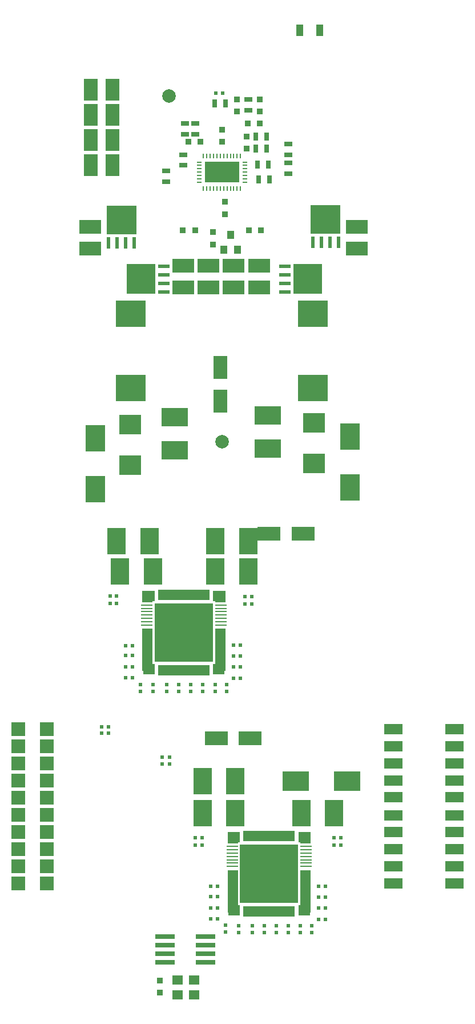
<source format=gtp>
%FSLAX44Y44*%
%MOMM*%
G71*
G01*
G75*
G04 Layer_Color=8421504*
%ADD10R,1.2000X0.8000*%
%ADD11C,1.0000*%
%ADD12R,2.0000X3.5000*%
%ADD13R,3.0000X4.0000*%
%ADD14R,4.0000X2.8000*%
%ADD15R,2.8000X4.0000*%
%ADD16R,4.0000X3.0000*%
%ADD17R,0.6000X0.5000*%
%ADD18R,1.6000X1.4000*%
%ADD19R,0.9500X0.9000*%
%ADD20R,2.0000X2.0000*%
%ADD21R,2.0000X3.2000*%
%ADD22R,3.5000X2.0000*%
%ADD23R,0.5000X0.6000*%
%ADD24C,2.0000*%
%ADD25R,1.0000X1.8000*%
%ADD26R,3.0000X0.8000*%
%ADD27R,3.2000X2.0000*%
%ADD28R,2.8000X1.5000*%
%ADD29R,7.7000X1.6000*%
%ADD30R,1.7000X1.6000*%
%ADD31R,1.6000X6.3000*%
%ADD32R,1.8000X0.2900*%
%ADD33R,8.7000X8.7000*%
%ADD34R,1.6000X1.7000*%
%ADD35R,5.1500X3.1500*%
%ADD36R,0.7000X0.2900*%
%ADD37R,0.2900X0.7000*%
%ADD38R,0.8000X1.2000*%
%ADD39R,1.1000X1.2000*%
%ADD40R,0.9000X0.9500*%
%ADD41R,4.5000X4.0000*%
%ADD42R,3.2000X3.0000*%
%ADD43R,4.5000X4.2000*%
%ADD44R,0.5500X1.7000*%
%ADD45R,1.7000X0.5500*%
%ADD46R,4.2000X4.5000*%
%ADD47C,0.2540*%
%ADD48C,4.5720*%
%ADD49C,5.0000*%
%ADD50C,0.2286*%
%ADD51C,0.7620*%
%ADD52C,1.0160*%
%ADD53C,0.2032*%
%ADD54C,0.6350*%
%ADD55R,1.6000X6.7000*%
%ADD56R,12.5000X1.4000*%
%ADD57R,1.7500X7.2000*%
%ADD58R,1.6000X5.6000*%
%ADD59R,12.6000X1.3500*%
%ADD60R,1.8000X7.0750*%
%ADD61R,6.2500X6.2500*%
%ADD62C,0.8100*%
%ADD63C,1.5240*%
%ADD64C,1.8500*%
%ADD65C,8.0000*%
%ADD66C,0.8000*%
%ADD67C,1.2700*%
%ADD68C,0.7112*%
%ADD69C,1.2700*%
%ADD70C,0.0500*%
%ADD71C,0.2000*%
%ADD72C,0.1270*%
D10*
X134500Y1261750D02*
D03*
Y1245750D02*
D03*
X316000Y1285000D02*
D03*
Y1301000D02*
D03*
Y1257500D02*
D03*
Y1273500D02*
D03*
X256500Y1367500D02*
D03*
Y1351500D02*
D03*
X160500Y1285500D02*
D03*
Y1269500D02*
D03*
X178000Y1332000D02*
D03*
Y1316000D02*
D03*
X163000Y1332000D02*
D03*
Y1316000D02*
D03*
D12*
X215000Y920000D02*
D03*
Y970000D02*
D03*
D13*
X30000Y789500D02*
D03*
Y865500D02*
D03*
X407500Y792000D02*
D03*
Y868000D02*
D03*
D14*
X285000Y850000D02*
D03*
Y899000D02*
D03*
X147500Y896500D02*
D03*
Y847500D02*
D03*
D15*
X207500Y712500D02*
D03*
X256500D02*
D03*
X207500Y667500D02*
D03*
X256500D02*
D03*
X237500Y357500D02*
D03*
X188500D02*
D03*
X237500Y310000D02*
D03*
X188500D02*
D03*
X115000Y667500D02*
D03*
X66000D02*
D03*
X335000Y310000D02*
D03*
X384000D02*
D03*
X61000Y712500D02*
D03*
X110000D02*
D03*
D16*
X327000Y357500D02*
D03*
X403000D02*
D03*
D17*
X383370Y273249D02*
D03*
X393370D02*
D03*
X383370Y262249D02*
D03*
X393370D02*
D03*
X61370Y620251D02*
D03*
X51370D02*
D03*
X61370Y631251D02*
D03*
X51370D02*
D03*
X251371Y630749D02*
D03*
X261371D02*
D03*
X251371Y619749D02*
D03*
X261371D02*
D03*
X187869Y262751D02*
D03*
X177869D02*
D03*
X187869Y273751D02*
D03*
X177869D02*
D03*
X360870Y201249D02*
D03*
X370871D02*
D03*
X360870Y185249D02*
D03*
X370871D02*
D03*
X234370Y558749D02*
D03*
X244370D02*
D03*
X234370Y542749D02*
D03*
X244370D02*
D03*
X234370Y526749D02*
D03*
X244370D02*
D03*
X234370Y509749D02*
D03*
X244370D02*
D03*
X84870Y510251D02*
D03*
X74869D02*
D03*
X84870Y526251D02*
D03*
X74869D02*
D03*
X84870Y543251D02*
D03*
X74869D02*
D03*
X84870Y558251D02*
D03*
X74869D02*
D03*
X218500Y1376500D02*
D03*
X208500D02*
D03*
X210924Y201000D02*
D03*
X200924D02*
D03*
X210924Y186000D02*
D03*
X200924D02*
D03*
X210924Y169000D02*
D03*
X200924D02*
D03*
X210924Y153000D02*
D03*
X200924D02*
D03*
X360870Y152249D02*
D03*
X370871D02*
D03*
X360870Y169249D02*
D03*
X370871D02*
D03*
D18*
X151497Y40499D02*
D03*
X176497D02*
D03*
Y62499D02*
D03*
X151497D02*
D03*
D19*
X125500Y62000D02*
D03*
Y44000D02*
D03*
X221500Y1197500D02*
D03*
Y1215500D02*
D03*
X273500Y1349500D02*
D03*
Y1367500D02*
D03*
X239500D02*
D03*
Y1349500D02*
D03*
X254500Y1294500D02*
D03*
Y1312500D02*
D03*
X217500Y1322500D02*
D03*
Y1304500D02*
D03*
X203750Y1152500D02*
D03*
Y1170500D02*
D03*
D20*
X-42400Y205700D02*
D03*
Y231100D02*
D03*
Y256500D02*
D03*
Y281900D02*
D03*
Y307300D02*
D03*
Y332700D02*
D03*
Y358100D02*
D03*
Y383500D02*
D03*
Y408900D02*
D03*
Y434300D02*
D03*
X-84900D02*
D03*
Y408900D02*
D03*
Y383500D02*
D03*
Y358100D02*
D03*
Y332700D02*
D03*
Y307300D02*
D03*
Y281900D02*
D03*
Y256500D02*
D03*
Y231100D02*
D03*
Y205700D02*
D03*
D21*
X55000Y1270000D02*
D03*
X23000D02*
D03*
X55000Y1307000D02*
D03*
X23000D02*
D03*
X55000Y1344711D02*
D03*
X23000D02*
D03*
X55000Y1382000D02*
D03*
X23000D02*
D03*
D22*
X337500Y723750D02*
D03*
X287500D02*
D03*
X259000Y421000D02*
D03*
X209000D02*
D03*
D23*
X189129Y500249D02*
D03*
Y490249D02*
D03*
X207129Y500249D02*
D03*
Y490249D02*
D03*
X224129Y500249D02*
D03*
Y490249D02*
D03*
X153369Y500249D02*
D03*
Y490249D02*
D03*
X135369Y500249D02*
D03*
Y490249D02*
D03*
X115369Y500249D02*
D03*
Y490249D02*
D03*
X96369Y500249D02*
D03*
Y490249D02*
D03*
X171129Y500249D02*
D03*
Y490249D02*
D03*
X128750Y383000D02*
D03*
Y393000D02*
D03*
X139500Y383000D02*
D03*
Y393000D02*
D03*
X49250Y438000D02*
D03*
Y428000D02*
D03*
X38750Y438000D02*
D03*
Y428000D02*
D03*
X223120Y143424D02*
D03*
Y133424D02*
D03*
X242240Y142924D02*
D03*
Y132924D02*
D03*
X262240Y142924D02*
D03*
Y132924D02*
D03*
X280240Y142924D02*
D03*
Y132924D02*
D03*
X298000Y142924D02*
D03*
Y132924D02*
D03*
X316000Y142924D02*
D03*
Y132924D02*
D03*
X334000Y142924D02*
D03*
Y132924D02*
D03*
X351000Y142924D02*
D03*
Y132924D02*
D03*
D24*
X139000Y1372000D02*
D03*
X217500Y860000D02*
D03*
D25*
X362500Y1470000D02*
D03*
X332500D02*
D03*
D26*
X133000Y88950D02*
D03*
Y127050D02*
D03*
Y101650D02*
D03*
Y114350D02*
D03*
X193000D02*
D03*
Y101650D02*
D03*
Y127050D02*
D03*
Y88950D02*
D03*
D27*
X22500Y1178500D02*
D03*
Y1146500D02*
D03*
X417500Y1178500D02*
D03*
Y1146500D02*
D03*
X272500Y1121000D02*
D03*
Y1089000D02*
D03*
X235000Y1121000D02*
D03*
Y1089000D02*
D03*
X197500Y1121000D02*
D03*
Y1089000D02*
D03*
X160000Y1121000D02*
D03*
Y1089000D02*
D03*
D28*
X472000Y206000D02*
D03*
Y231200D02*
D03*
Y256400D02*
D03*
Y281600D02*
D03*
Y306800D02*
D03*
Y333200D02*
D03*
Y434000D02*
D03*
Y383600D02*
D03*
Y358400D02*
D03*
Y408800D02*
D03*
X562000Y231200D02*
D03*
Y281600D02*
D03*
Y256400D02*
D03*
Y206000D02*
D03*
Y306800D02*
D03*
Y333200D02*
D03*
Y358400D02*
D03*
Y383600D02*
D03*
Y408800D02*
D03*
Y434000D02*
D03*
D29*
X287500Y276000D02*
D03*
Y164000D02*
D03*
X161000Y633500D02*
D03*
Y521500D02*
D03*
D30*
X235500Y274000D02*
D03*
X339500D02*
D03*
Y166000D02*
D03*
X235500D02*
D03*
X109000Y631500D02*
D03*
X213000D02*
D03*
Y523500D02*
D03*
X109000D02*
D03*
D31*
X233500Y194000D02*
D03*
X341500D02*
D03*
X107000Y551500D02*
D03*
X215000D02*
D03*
D32*
X232500Y230750D02*
D03*
Y260750D02*
D03*
Y255750D02*
D03*
Y250750D02*
D03*
Y245750D02*
D03*
Y240750D02*
D03*
Y235750D02*
D03*
X342500D02*
D03*
Y240750D02*
D03*
Y245750D02*
D03*
Y250750D02*
D03*
Y255750D02*
D03*
Y260750D02*
D03*
Y230750D02*
D03*
X106000Y588250D02*
D03*
Y618250D02*
D03*
Y613250D02*
D03*
Y608250D02*
D03*
Y603250D02*
D03*
Y598250D02*
D03*
Y593250D02*
D03*
X216000D02*
D03*
Y598250D02*
D03*
Y603250D02*
D03*
Y608250D02*
D03*
Y613250D02*
D03*
Y618250D02*
D03*
Y588250D02*
D03*
D33*
X287500Y220000D02*
D03*
X161000Y577500D02*
D03*
D34*
X233500Y273000D02*
D03*
X341500D02*
D03*
X107000Y630500D02*
D03*
X215000D02*
D03*
D35*
X217500Y1259500D02*
D03*
D36*
X251500Y1274500D02*
D03*
Y1269500D02*
D03*
Y1264500D02*
D03*
Y1259500D02*
D03*
Y1254500D02*
D03*
Y1249500D02*
D03*
Y1244500D02*
D03*
X183500Y1274500D02*
D03*
Y1269500D02*
D03*
Y1264500D02*
D03*
Y1259500D02*
D03*
Y1254500D02*
D03*
Y1249500D02*
D03*
Y1244500D02*
D03*
D37*
X190000Y1283500D02*
D03*
X195000D02*
D03*
X200000D02*
D03*
X205000D02*
D03*
X210000D02*
D03*
X215000D02*
D03*
X220000D02*
D03*
X225000D02*
D03*
X230000D02*
D03*
X235000D02*
D03*
X240000D02*
D03*
X245000D02*
D03*
Y1235500D02*
D03*
X240000D02*
D03*
X235000D02*
D03*
X230000D02*
D03*
X225000D02*
D03*
X220000D02*
D03*
X215000D02*
D03*
X210000D02*
D03*
X205000D02*
D03*
X200000D02*
D03*
X195000D02*
D03*
X190000D02*
D03*
D38*
X222500Y1361500D02*
D03*
X206500D02*
D03*
X283500Y1312500D02*
D03*
X267500D02*
D03*
X283500Y1294500D02*
D03*
X267500D02*
D03*
X288000Y1249000D02*
D03*
X272000D02*
D03*
X286500Y1270500D02*
D03*
X270500D02*
D03*
D39*
X230500Y1166500D02*
D03*
X220500Y1144500D02*
D03*
X240500D02*
D03*
D40*
X167500Y1304500D02*
D03*
X185500D02*
D03*
X177500Y1173500D02*
D03*
X159500D02*
D03*
X275500D02*
D03*
X257500D02*
D03*
X255500Y1331500D02*
D03*
X273500D02*
D03*
D41*
X352500Y940000D02*
D03*
Y1050000D02*
D03*
X82500Y940000D02*
D03*
Y1050000D02*
D03*
D42*
X354000Y888000D02*
D03*
Y828000D02*
D03*
X81500Y885500D02*
D03*
Y825500D02*
D03*
D43*
X371000Y1189500D02*
D03*
D03*
D03*
D03*
X68500Y1188500D02*
D03*
D03*
D03*
D03*
D44*
X351950Y1155640D02*
D03*
X364650D02*
D03*
X377350D02*
D03*
X390050D02*
D03*
X49450Y1154640D02*
D03*
X62150D02*
D03*
X74850D02*
D03*
X87550D02*
D03*
D45*
X310640Y1081950D02*
D03*
Y1094650D02*
D03*
Y1107350D02*
D03*
Y1120050D02*
D03*
X131360Y1120050D02*
D03*
Y1107350D02*
D03*
Y1094650D02*
D03*
Y1081950D02*
D03*
D46*
X344500Y1101000D02*
D03*
D03*
D03*
D03*
X97500Y1101000D02*
D03*
D03*
D03*
D03*
M02*

</source>
